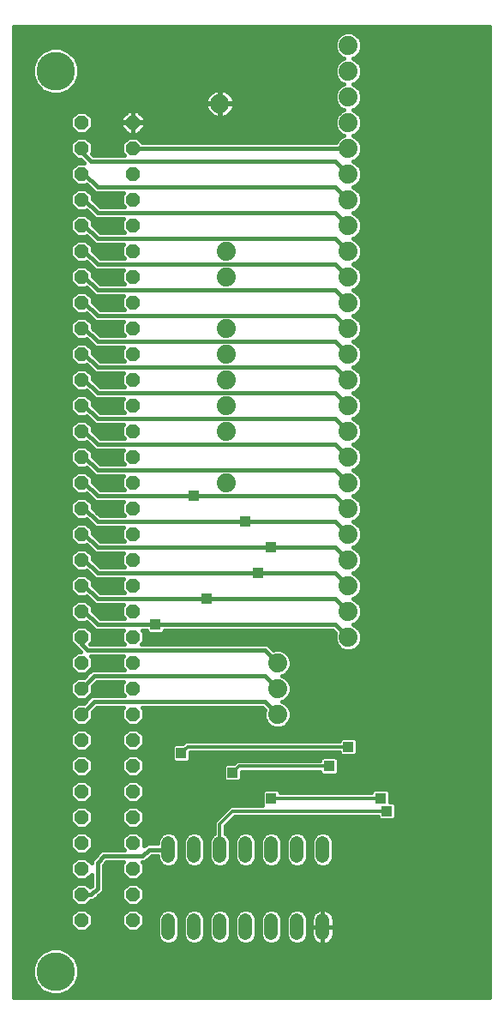
<source format=gbl>
G75*
%MOIN*%
%OFA0B0*%
%FSLAX24Y24*%
%IPPOS*%
%LPD*%
%AMOC8*
5,1,8,0,0,1.08239X$1,22.5*
%
%ADD10OC8,0.0560*%
%ADD11C,0.1502*%
%ADD12C,0.0740*%
%ADD13C,0.0520*%
%ADD14C,0.0160*%
%ADD15R,0.0396X0.0396*%
%ADD16C,0.0120*%
D10*
X005150Y003195D03*
X005150Y004195D03*
X005150Y005195D03*
X005150Y006195D03*
X005150Y007195D03*
X005150Y008195D03*
X005150Y009195D03*
X005150Y010195D03*
X005150Y011195D03*
X005150Y012195D03*
X005150Y013195D03*
X005150Y014195D03*
X005150Y015195D03*
X005150Y016195D03*
X005150Y017195D03*
X005150Y018195D03*
X005150Y019195D03*
X005150Y020195D03*
X005150Y021195D03*
X005150Y022195D03*
X005150Y023195D03*
X005150Y024195D03*
X005150Y025195D03*
X005150Y026195D03*
X005150Y027195D03*
X005150Y028195D03*
X005150Y029195D03*
X005150Y030195D03*
X005150Y031195D03*
X005150Y032195D03*
X005150Y033195D03*
X005150Y034195D03*
X007150Y034195D03*
X007150Y033195D03*
X007150Y032195D03*
X007150Y031195D03*
X007150Y030195D03*
X007150Y029195D03*
X007150Y028195D03*
X007150Y027195D03*
X007150Y026195D03*
X007150Y025195D03*
X007150Y024195D03*
X007150Y023195D03*
X007150Y022195D03*
X007150Y021195D03*
X007150Y020195D03*
X007150Y019195D03*
X007150Y018195D03*
X007150Y017195D03*
X007150Y016195D03*
X007150Y015195D03*
X007150Y014195D03*
X007150Y013195D03*
X007150Y012195D03*
X007150Y011195D03*
X007150Y010195D03*
X007150Y009195D03*
X007150Y008195D03*
X007150Y007195D03*
X007150Y006195D03*
X007150Y005195D03*
X007150Y004195D03*
X007150Y003195D03*
D11*
X004150Y001195D03*
X004150Y036195D03*
D12*
X010531Y034930D03*
X010781Y029180D03*
X010781Y028180D03*
X010781Y026180D03*
X010781Y025180D03*
X010781Y024180D03*
X010781Y023180D03*
X010781Y022180D03*
X010781Y020180D03*
X012781Y013180D03*
X012781Y012180D03*
X012781Y011180D03*
X015531Y014180D03*
X015531Y015180D03*
X015531Y016180D03*
X015531Y017180D03*
X015531Y018180D03*
X015531Y019180D03*
X015531Y020180D03*
X015531Y021180D03*
X015531Y022180D03*
X015531Y023180D03*
X015531Y024180D03*
X015531Y025180D03*
X015531Y026180D03*
X015531Y027180D03*
X015531Y028180D03*
X015531Y029180D03*
X015531Y030180D03*
X015531Y031180D03*
X015531Y032180D03*
X015531Y033180D03*
X015531Y034180D03*
X015531Y035180D03*
X015531Y036180D03*
X015531Y037180D03*
D13*
X014531Y006190D02*
X014531Y005670D01*
X013531Y005670D02*
X013531Y006190D01*
X012531Y006190D02*
X012531Y005670D01*
X011531Y005670D02*
X011531Y006190D01*
X010531Y006190D02*
X010531Y005670D01*
X009531Y005670D02*
X009531Y006190D01*
X008531Y006190D02*
X008531Y005670D01*
X008531Y003190D02*
X008531Y002670D01*
X009531Y002670D02*
X009531Y003190D01*
X010531Y003190D02*
X010531Y002670D01*
X011531Y002670D02*
X011531Y003190D01*
X012531Y003190D02*
X012531Y002670D01*
X013531Y002670D02*
X013531Y003190D01*
X014531Y003190D02*
X014531Y002670D01*
D14*
X002531Y000180D02*
X002531Y037930D01*
X021031Y037930D01*
X021031Y000180D01*
X002531Y000180D01*
X002531Y000332D02*
X003851Y000332D01*
X003969Y000283D02*
X004331Y000283D01*
X004666Y000422D01*
X004922Y000678D01*
X005061Y001013D01*
X005061Y001376D01*
X004922Y001711D01*
X004666Y001967D01*
X004331Y002106D01*
X003969Y002106D01*
X003634Y001967D01*
X003378Y001711D01*
X003239Y001376D01*
X003239Y001013D01*
X003378Y000678D01*
X003634Y000422D01*
X003969Y000283D01*
X003565Y000491D02*
X002531Y000491D01*
X002531Y000649D02*
X003407Y000649D01*
X003324Y000808D02*
X002531Y000808D01*
X002531Y000966D02*
X003258Y000966D01*
X003239Y001125D02*
X002531Y001125D01*
X002531Y001283D02*
X003239Y001283D01*
X003266Y001442D02*
X002531Y001442D01*
X002531Y001600D02*
X003332Y001600D01*
X003425Y001759D02*
X002531Y001759D01*
X002531Y001917D02*
X003584Y001917D01*
X003896Y002076D02*
X002531Y002076D01*
X002531Y002234D02*
X014472Y002234D01*
X014497Y002230D02*
X014531Y002230D01*
X014531Y002930D01*
X014091Y002930D01*
X014091Y002635D01*
X014102Y002567D01*
X014124Y002501D01*
X014155Y002439D01*
X014196Y002383D01*
X014245Y002334D01*
X014301Y002294D01*
X014363Y002262D01*
X014428Y002241D01*
X014497Y002230D01*
X014532Y002230D02*
X014566Y002230D01*
X014635Y002241D01*
X014700Y002262D01*
X014762Y002294D01*
X014818Y002334D01*
X014867Y002383D01*
X014908Y002439D01*
X014939Y002501D01*
X014961Y002567D01*
X014971Y002635D01*
X014971Y002930D01*
X014971Y003225D01*
X014961Y003293D01*
X014939Y003359D01*
X014908Y003421D01*
X014867Y003477D01*
X014818Y003526D01*
X014762Y003566D01*
X014700Y003598D01*
X014635Y003619D01*
X014566Y003630D01*
X014532Y003630D01*
X014532Y002930D01*
X014971Y002930D01*
X014532Y002930D01*
X014532Y002930D01*
X014532Y002230D01*
X014531Y002234D02*
X014532Y002234D01*
X014591Y002234D02*
X021031Y002234D01*
X021031Y002076D02*
X004404Y002076D01*
X004716Y001917D02*
X021031Y001917D01*
X021031Y001759D02*
X004875Y001759D01*
X004968Y001600D02*
X021031Y001600D01*
X021031Y001442D02*
X005034Y001442D01*
X005061Y001283D02*
X021031Y001283D01*
X021031Y001125D02*
X005061Y001125D01*
X005042Y000966D02*
X021031Y000966D01*
X021031Y000808D02*
X004976Y000808D01*
X004893Y000649D02*
X021031Y000649D01*
X021031Y000491D02*
X004735Y000491D01*
X004449Y000332D02*
X021031Y000332D01*
X021031Y002393D02*
X014874Y002393D01*
X014955Y002551D02*
X021031Y002551D01*
X021031Y002710D02*
X014971Y002710D01*
X014971Y002868D02*
X021031Y002868D01*
X021031Y003027D02*
X014971Y003027D01*
X014971Y003185D02*
X021031Y003185D01*
X021031Y003344D02*
X014944Y003344D01*
X014842Y003502D02*
X021031Y003502D01*
X021031Y003661D02*
X002531Y003661D01*
X002531Y003819D02*
X004903Y003819D01*
X004968Y003755D02*
X005332Y003755D01*
X005518Y003940D01*
X005579Y003940D01*
X005667Y003977D01*
X005735Y004044D01*
X005985Y004294D01*
X006021Y004382D01*
X006021Y005331D01*
X006131Y005440D01*
X006773Y005440D01*
X006710Y005377D01*
X006710Y005012D01*
X006968Y004755D01*
X007332Y004755D01*
X007590Y005012D01*
X007590Y005377D01*
X007527Y005440D01*
X007579Y005440D01*
X007667Y005477D01*
X007735Y005544D01*
X007881Y005690D01*
X008111Y005690D01*
X008111Y005586D01*
X008175Y005432D01*
X008294Y005314D01*
X008448Y005250D01*
X008615Y005250D01*
X008769Y005314D01*
X008888Y005432D01*
X008951Y005586D01*
X008951Y006274D01*
X008888Y006428D01*
X008769Y006546D01*
X008615Y006610D01*
X008448Y006610D01*
X008294Y006546D01*
X008175Y006428D01*
X008111Y006274D01*
X008111Y006170D01*
X007734Y006170D01*
X007646Y006133D01*
X007590Y006078D01*
X007590Y006377D01*
X007332Y006635D01*
X006968Y006635D01*
X006710Y006377D01*
X006710Y006012D01*
X006802Y005920D01*
X005984Y005920D01*
X005896Y005883D01*
X005646Y005633D01*
X005578Y005566D01*
X005541Y005478D01*
X005541Y005425D01*
X005332Y005635D01*
X004968Y005635D01*
X004710Y005377D01*
X004710Y005012D01*
X004968Y004755D01*
X005332Y004755D01*
X005541Y004964D01*
X005541Y004529D01*
X005489Y004477D01*
X005332Y004635D01*
X004968Y004635D01*
X004710Y004377D01*
X004710Y004012D01*
X004968Y003755D01*
X004968Y003635D02*
X004710Y003377D01*
X004710Y003012D01*
X004968Y002755D01*
X005332Y002755D01*
X005590Y003012D01*
X005590Y003377D01*
X005332Y003635D01*
X004968Y003635D01*
X004835Y003502D02*
X002531Y003502D01*
X002531Y003344D02*
X004710Y003344D01*
X004710Y003185D02*
X002531Y003185D01*
X002531Y003027D02*
X004710Y003027D01*
X004854Y002868D02*
X002531Y002868D01*
X002531Y002710D02*
X008111Y002710D01*
X008111Y002586D02*
X008175Y002432D01*
X008294Y002314D01*
X008448Y002250D01*
X008615Y002250D01*
X008769Y002314D01*
X008888Y002432D01*
X008951Y002586D01*
X008951Y003274D01*
X008888Y003428D01*
X008769Y003546D01*
X008615Y003610D01*
X008448Y003610D01*
X008294Y003546D01*
X008175Y003428D01*
X008111Y003274D01*
X008111Y002586D01*
X008126Y002551D02*
X002531Y002551D01*
X002531Y002393D02*
X008215Y002393D01*
X008111Y002868D02*
X007446Y002868D01*
X007332Y002755D02*
X007590Y003012D01*
X007590Y003377D01*
X007332Y003635D01*
X006968Y003635D01*
X006710Y003377D01*
X006710Y003012D01*
X006968Y002755D01*
X007332Y002755D01*
X007590Y003027D02*
X008111Y003027D01*
X008111Y003185D02*
X007590Y003185D01*
X007590Y003344D02*
X008140Y003344D01*
X008250Y003502D02*
X007465Y003502D01*
X007332Y003755D02*
X007590Y004012D01*
X007590Y004377D01*
X007332Y004635D01*
X006968Y004635D01*
X006710Y004377D01*
X006710Y004012D01*
X006968Y003755D01*
X007332Y003755D01*
X007397Y003819D02*
X021031Y003819D01*
X021031Y003978D02*
X007555Y003978D01*
X007590Y004136D02*
X021031Y004136D01*
X021031Y004295D02*
X007590Y004295D01*
X007514Y004453D02*
X021031Y004453D01*
X021031Y004612D02*
X007355Y004612D01*
X007348Y004770D02*
X021031Y004770D01*
X021031Y004929D02*
X007506Y004929D01*
X007590Y005087D02*
X021031Y005087D01*
X021031Y005246D02*
X007590Y005246D01*
X007563Y005404D02*
X008204Y005404D01*
X008121Y005563D02*
X007753Y005563D01*
X007531Y005680D02*
X007781Y005930D01*
X008531Y005930D01*
X008859Y005404D02*
X009204Y005404D01*
X009175Y005432D02*
X009294Y005314D01*
X009448Y005250D01*
X009615Y005250D01*
X009769Y005314D01*
X009888Y005432D01*
X009951Y005586D01*
X009951Y006274D01*
X009888Y006428D01*
X009769Y006546D01*
X009615Y006610D01*
X009448Y006610D01*
X009294Y006546D01*
X009175Y006428D01*
X009111Y006274D01*
X009111Y005586D01*
X009175Y005432D01*
X009121Y005563D02*
X008942Y005563D01*
X008951Y005721D02*
X009111Y005721D01*
X009111Y005880D02*
X008951Y005880D01*
X008951Y006038D02*
X009111Y006038D01*
X009111Y006197D02*
X008951Y006197D01*
X008918Y006355D02*
X009145Y006355D01*
X009261Y006514D02*
X008802Y006514D01*
X008261Y006514D02*
X007453Y006514D01*
X007590Y006355D02*
X008145Y006355D01*
X008111Y006197D02*
X007590Y006197D01*
X007332Y006755D02*
X007590Y007012D01*
X007590Y007377D01*
X007332Y007635D01*
X006968Y007635D01*
X006710Y007377D01*
X006710Y007012D01*
X006968Y006755D01*
X007332Y006755D01*
X007408Y006831D02*
X010311Y006831D01*
X010311Y006989D02*
X007567Y006989D01*
X007590Y007148D02*
X010438Y007148D01*
X010440Y007150D02*
X010311Y007021D01*
X010311Y006553D01*
X010294Y006546D01*
X010175Y006428D01*
X010111Y006274D01*
X010111Y005586D01*
X010175Y005432D01*
X010294Y005314D01*
X010448Y005250D01*
X010615Y005250D01*
X010769Y005314D01*
X010888Y005432D01*
X010951Y005586D01*
X010951Y006274D01*
X010888Y006428D01*
X010769Y006546D01*
X010751Y006553D01*
X010751Y006839D01*
X011123Y007210D01*
X016673Y007210D01*
X016673Y007166D01*
X016767Y007072D01*
X017296Y007072D01*
X017390Y007166D01*
X017390Y007694D01*
X017296Y007788D01*
X017140Y007788D01*
X017140Y008194D01*
X017046Y008288D01*
X016517Y008288D01*
X016423Y008194D01*
X016423Y008150D01*
X012890Y008150D01*
X012890Y008194D01*
X012796Y008288D01*
X012267Y008288D01*
X012173Y008194D01*
X012173Y007666D01*
X012189Y007650D01*
X010940Y007650D01*
X010440Y007150D01*
X010596Y007306D02*
X007590Y007306D01*
X007502Y007465D02*
X010755Y007465D01*
X010913Y007623D02*
X007344Y007623D01*
X007332Y007755D02*
X007590Y008012D01*
X007590Y008377D01*
X007332Y008635D01*
X006968Y008635D01*
X006710Y008377D01*
X006710Y008012D01*
X006968Y007755D01*
X007332Y007755D01*
X007359Y007782D02*
X012173Y007782D01*
X012173Y007940D02*
X007518Y007940D01*
X007590Y008099D02*
X012173Y008099D01*
X012236Y008257D02*
X007590Y008257D01*
X007551Y008416D02*
X021031Y008416D01*
X021031Y008574D02*
X011298Y008574D01*
X011296Y008572D02*
X011390Y008666D01*
X011390Y008960D01*
X014423Y008960D01*
X014423Y008916D01*
X014517Y008822D01*
X015046Y008822D01*
X015140Y008916D01*
X015140Y009444D01*
X015046Y009538D01*
X014517Y009538D01*
X014423Y009444D01*
X014423Y009400D01*
X011190Y009400D01*
X011078Y009288D01*
X010767Y009288D01*
X010673Y009194D01*
X010673Y008666D01*
X010767Y008572D01*
X011296Y008572D01*
X011390Y008733D02*
X021031Y008733D01*
X021031Y008891D02*
X015115Y008891D01*
X015140Y009050D02*
X021031Y009050D01*
X021031Y009208D02*
X015140Y009208D01*
X015140Y009367D02*
X021031Y009367D01*
X021031Y009525D02*
X015059Y009525D01*
X015173Y009666D02*
X015267Y009572D01*
X015796Y009572D01*
X015890Y009666D01*
X015890Y010194D01*
X015796Y010288D01*
X015267Y010288D01*
X015173Y010194D01*
X015173Y010150D01*
X009190Y010150D01*
X009078Y010038D01*
X008767Y010038D01*
X008673Y009944D01*
X008673Y009416D01*
X008767Y009322D01*
X009296Y009322D01*
X009390Y009416D01*
X009390Y009710D01*
X015173Y009710D01*
X015173Y009666D01*
X015173Y009684D02*
X009390Y009684D01*
X009390Y009525D02*
X014504Y009525D01*
X014448Y008891D02*
X011390Y008891D01*
X011157Y009367D02*
X009341Y009367D01*
X008722Y009367D02*
X007590Y009367D01*
X007590Y009377D02*
X007332Y009635D01*
X006968Y009635D01*
X006710Y009377D01*
X006710Y009012D01*
X006968Y008755D01*
X007332Y008755D01*
X007590Y009012D01*
X007590Y009377D01*
X007590Y009208D02*
X010687Y009208D01*
X010673Y009050D02*
X007590Y009050D01*
X007469Y008891D02*
X010673Y008891D01*
X010673Y008733D02*
X002531Y008733D01*
X002531Y008891D02*
X004831Y008891D01*
X004710Y009012D02*
X004968Y008755D01*
X005332Y008755D01*
X005590Y009012D01*
X005590Y009377D01*
X005332Y009635D01*
X004968Y009635D01*
X004710Y009377D01*
X004710Y009012D01*
X004710Y009050D02*
X002531Y009050D01*
X002531Y009208D02*
X004710Y009208D01*
X004710Y009367D02*
X002531Y009367D01*
X002531Y009525D02*
X004858Y009525D01*
X004968Y009755D02*
X005332Y009755D01*
X005590Y010012D01*
X005590Y010377D01*
X005332Y010635D01*
X004968Y010635D01*
X004710Y010377D01*
X004710Y010012D01*
X004968Y009755D01*
X004880Y009842D02*
X002531Y009842D01*
X002531Y009684D02*
X008673Y009684D01*
X008673Y009842D02*
X007420Y009842D01*
X007332Y009755D02*
X007590Y010012D01*
X007590Y010377D01*
X007332Y010635D01*
X006968Y010635D01*
X006710Y010377D01*
X006710Y010012D01*
X006968Y009755D01*
X007332Y009755D01*
X007442Y009525D02*
X008673Y009525D01*
X008730Y010001D02*
X007578Y010001D01*
X007590Y010159D02*
X015173Y010159D01*
X015890Y010159D02*
X021031Y010159D01*
X021031Y010001D02*
X015890Y010001D01*
X015890Y009842D02*
X021031Y009842D01*
X021031Y009684D02*
X015890Y009684D01*
X016486Y008257D02*
X012827Y008257D01*
X012615Y006610D02*
X012448Y006610D01*
X012294Y006546D01*
X012175Y006428D01*
X012111Y006274D01*
X012111Y005586D01*
X012175Y005432D01*
X012294Y005314D01*
X012448Y005250D01*
X012615Y005250D01*
X012769Y005314D01*
X012888Y005432D01*
X012951Y005586D01*
X012951Y006274D01*
X012888Y006428D01*
X012769Y006546D01*
X012615Y006610D01*
X012802Y006514D02*
X013261Y006514D01*
X013294Y006546D02*
X013175Y006428D01*
X013111Y006274D01*
X013111Y005586D01*
X013175Y005432D01*
X013294Y005314D01*
X013448Y005250D01*
X013615Y005250D01*
X013769Y005314D01*
X013888Y005432D01*
X013951Y005586D01*
X013951Y006274D01*
X013888Y006428D01*
X013769Y006546D01*
X013615Y006610D01*
X013448Y006610D01*
X013294Y006546D01*
X013145Y006355D02*
X012918Y006355D01*
X012951Y006197D02*
X013111Y006197D01*
X013111Y006038D02*
X012951Y006038D01*
X012951Y005880D02*
X013111Y005880D01*
X013111Y005721D02*
X012951Y005721D01*
X012942Y005563D02*
X013121Y005563D01*
X013204Y005404D02*
X012859Y005404D01*
X012204Y005404D02*
X011859Y005404D01*
X011888Y005432D02*
X011769Y005314D01*
X011615Y005250D01*
X011448Y005250D01*
X011294Y005314D01*
X011175Y005432D01*
X011111Y005586D01*
X011111Y006274D01*
X011175Y006428D01*
X011294Y006546D01*
X011448Y006610D01*
X011615Y006610D01*
X011769Y006546D01*
X011888Y006428D01*
X011951Y006274D01*
X011951Y005586D01*
X011888Y005432D01*
X011942Y005563D02*
X012121Y005563D01*
X012111Y005721D02*
X011951Y005721D01*
X011951Y005880D02*
X012111Y005880D01*
X012111Y006038D02*
X011951Y006038D01*
X011951Y006197D02*
X012111Y006197D01*
X012145Y006355D02*
X011918Y006355D01*
X011802Y006514D02*
X012261Y006514D01*
X011261Y006514D02*
X010802Y006514D01*
X010751Y006672D02*
X021031Y006672D01*
X021031Y006514D02*
X014802Y006514D01*
X014769Y006546D02*
X014615Y006610D01*
X014448Y006610D01*
X014294Y006546D01*
X014175Y006428D01*
X014111Y006274D01*
X014111Y005586D01*
X014175Y005432D01*
X014294Y005314D01*
X014448Y005250D01*
X014615Y005250D01*
X014769Y005314D01*
X014888Y005432D01*
X014951Y005586D01*
X014951Y006274D01*
X014888Y006428D01*
X014769Y006546D01*
X014918Y006355D02*
X021031Y006355D01*
X021031Y006197D02*
X014951Y006197D01*
X014951Y006038D02*
X021031Y006038D01*
X021031Y005880D02*
X014951Y005880D01*
X014951Y005721D02*
X021031Y005721D01*
X021031Y005563D02*
X014942Y005563D01*
X014859Y005404D02*
X021031Y005404D01*
X021031Y006831D02*
X010751Y006831D01*
X010902Y006989D02*
X021031Y006989D01*
X021031Y007148D02*
X017372Y007148D01*
X017390Y007306D02*
X021031Y007306D01*
X021031Y007465D02*
X017390Y007465D01*
X017390Y007623D02*
X021031Y007623D01*
X021031Y007782D02*
X017302Y007782D01*
X017140Y007940D02*
X021031Y007940D01*
X021031Y008099D02*
X017140Y008099D01*
X017077Y008257D02*
X021031Y008257D01*
X021031Y010318D02*
X007590Y010318D01*
X007491Y010476D02*
X021031Y010476D01*
X021031Y010635D02*
X007332Y010635D01*
X007332Y010755D02*
X007590Y011012D01*
X007590Y011377D01*
X007527Y011440D01*
X012182Y011440D01*
X012276Y011346D01*
X012251Y011285D01*
X012251Y011075D01*
X012332Y010880D01*
X012481Y010731D01*
X012676Y010650D01*
X012887Y010650D01*
X013082Y010731D01*
X013231Y010880D01*
X013311Y011075D01*
X013311Y011285D01*
X013231Y011480D01*
X013082Y011629D01*
X012959Y011680D01*
X013082Y011731D01*
X013231Y011880D01*
X013311Y012075D01*
X013311Y012285D01*
X013231Y012480D01*
X013082Y012629D01*
X012959Y012680D01*
X013082Y012731D01*
X013231Y012880D01*
X013311Y013075D01*
X013311Y013285D01*
X013231Y013480D01*
X013082Y013629D01*
X012887Y013710D01*
X012676Y013710D01*
X012616Y013685D01*
X012417Y013883D01*
X012329Y013920D01*
X007498Y013920D01*
X007590Y014012D01*
X007590Y014377D01*
X007527Y014440D01*
X007673Y014440D01*
X007673Y014416D01*
X007767Y014322D01*
X008296Y014322D01*
X008390Y014416D01*
X008390Y014440D01*
X014932Y014440D01*
X015026Y014346D01*
X015001Y014285D01*
X015001Y014075D01*
X015082Y013880D01*
X015231Y013731D01*
X015426Y013650D01*
X015637Y013650D01*
X015832Y013731D01*
X015981Y013880D01*
X016061Y014075D01*
X016061Y014285D01*
X015981Y014480D01*
X015832Y014629D01*
X015709Y014680D01*
X015832Y014731D01*
X015981Y014880D01*
X016061Y015075D01*
X016061Y015285D01*
X015981Y015480D01*
X015832Y015629D01*
X015709Y015680D01*
X015832Y015731D01*
X015981Y015880D01*
X016061Y016075D01*
X016061Y016285D01*
X015981Y016480D01*
X015832Y016629D01*
X015709Y016680D01*
X015832Y016731D01*
X015981Y016880D01*
X016061Y017075D01*
X016061Y017285D01*
X015981Y017480D01*
X015832Y017629D01*
X015709Y017680D01*
X015832Y017731D01*
X015981Y017880D01*
X016061Y018075D01*
X016061Y018285D01*
X015981Y018480D01*
X015832Y018629D01*
X015709Y018680D01*
X015832Y018731D01*
X015981Y018880D01*
X016061Y019075D01*
X016061Y019285D01*
X015981Y019480D01*
X015832Y019629D01*
X015709Y019680D01*
X015832Y019731D01*
X015981Y019880D01*
X016061Y020075D01*
X016061Y020285D01*
X015981Y020480D01*
X015832Y020629D01*
X015709Y020680D01*
X015832Y020731D01*
X015981Y020880D01*
X016061Y021075D01*
X016061Y021285D01*
X015981Y021480D01*
X015832Y021629D01*
X015709Y021680D01*
X015832Y021731D01*
X015981Y021880D01*
X016061Y022075D01*
X016061Y022285D01*
X015981Y022480D01*
X015832Y022629D01*
X015709Y022680D01*
X015832Y022731D01*
X015981Y022880D01*
X016061Y023075D01*
X016061Y023285D01*
X015981Y023480D01*
X015832Y023629D01*
X015709Y023680D01*
X015832Y023731D01*
X015981Y023880D01*
X016061Y024075D01*
X016061Y024285D01*
X015981Y024480D01*
X015832Y024629D01*
X015709Y024680D01*
X015832Y024731D01*
X015981Y024880D01*
X016061Y025075D01*
X016061Y025285D01*
X015981Y025480D01*
X015832Y025629D01*
X015709Y025680D01*
X015832Y025731D01*
X015981Y025880D01*
X016061Y026075D01*
X016061Y026285D01*
X015981Y026480D01*
X015832Y026629D01*
X015709Y026680D01*
X015832Y026731D01*
X015981Y026880D01*
X016061Y027075D01*
X016061Y027285D01*
X015981Y027480D01*
X015832Y027629D01*
X015709Y027680D01*
X015832Y027731D01*
X015981Y027880D01*
X016061Y028075D01*
X016061Y028285D01*
X015981Y028480D01*
X015832Y028629D01*
X015709Y028680D01*
X015832Y028731D01*
X015981Y028880D01*
X016061Y029075D01*
X016061Y029285D01*
X015981Y029480D01*
X015832Y029629D01*
X015709Y029680D01*
X015832Y029731D01*
X015981Y029880D01*
X016061Y030075D01*
X016061Y030285D01*
X015981Y030480D01*
X015832Y030629D01*
X015709Y030680D01*
X015832Y030731D01*
X015981Y030880D01*
X016061Y031075D01*
X016061Y031285D01*
X015981Y031480D01*
X015832Y031629D01*
X015709Y031680D01*
X015832Y031731D01*
X015981Y031880D01*
X016061Y032075D01*
X016061Y032285D01*
X015981Y032480D01*
X015832Y032629D01*
X015709Y032680D01*
X015832Y032731D01*
X015981Y032880D01*
X016061Y033075D01*
X016061Y033285D01*
X015981Y033480D01*
X015832Y033629D01*
X015709Y033680D01*
X015832Y033731D01*
X015981Y033880D01*
X016061Y034075D01*
X016061Y034285D01*
X015981Y034480D01*
X015832Y034629D01*
X015709Y034680D01*
X015832Y034731D01*
X015981Y034880D01*
X016061Y035075D01*
X016061Y035285D01*
X015981Y035480D01*
X015832Y035629D01*
X015709Y035680D01*
X015832Y035731D01*
X015981Y035880D01*
X016061Y036075D01*
X016061Y036285D01*
X015981Y036480D01*
X015832Y036629D01*
X015709Y036680D01*
X015832Y036731D01*
X015981Y036880D01*
X016061Y037075D01*
X016061Y037285D01*
X015981Y037480D01*
X015832Y037629D01*
X015637Y037710D01*
X015426Y037710D01*
X015231Y037629D01*
X015082Y037480D01*
X015001Y037285D01*
X015001Y037075D01*
X015082Y036880D01*
X015231Y036731D01*
X015354Y036680D01*
X015231Y036629D01*
X015082Y036480D01*
X015001Y036285D01*
X015001Y036075D01*
X015082Y035880D01*
X015231Y035731D01*
X015354Y035680D01*
X015231Y035629D01*
X015082Y035480D01*
X015001Y035285D01*
X015001Y035075D01*
X015082Y034880D01*
X015231Y034731D01*
X015354Y034680D01*
X015231Y034629D01*
X015082Y034480D01*
X015001Y034285D01*
X015001Y034075D01*
X015082Y033880D01*
X015231Y033731D01*
X015354Y033680D01*
X015231Y033629D01*
X015082Y033480D01*
X015063Y033435D01*
X007532Y033435D01*
X007332Y033635D01*
X006968Y033635D01*
X006710Y033377D01*
X006710Y033012D01*
X006802Y032920D01*
X005631Y032920D01*
X005564Y032987D01*
X005590Y033012D01*
X005590Y033377D01*
X005332Y033635D01*
X004968Y033635D01*
X004710Y033377D01*
X004710Y033012D01*
X004968Y032755D01*
X005118Y032755D01*
X005238Y032635D01*
X004968Y032635D01*
X004710Y032377D01*
X004710Y032012D01*
X004968Y031755D01*
X005332Y031755D01*
X005350Y031772D01*
X005578Y031544D01*
X005646Y031477D01*
X005734Y031440D01*
X006773Y031440D01*
X006710Y031377D01*
X006710Y031012D01*
X006802Y030920D01*
X005881Y030920D01*
X005590Y031211D01*
X005590Y031377D01*
X005332Y031635D01*
X004968Y031635D01*
X004710Y031377D01*
X004710Y031012D01*
X004968Y030755D01*
X005332Y030755D01*
X005350Y030772D01*
X005578Y030544D01*
X005646Y030477D01*
X005734Y030440D01*
X006773Y030440D01*
X006710Y030377D01*
X006710Y030012D01*
X006802Y029920D01*
X005881Y029920D01*
X005590Y030211D01*
X005590Y030377D01*
X005332Y030635D01*
X004968Y030635D01*
X004710Y030377D01*
X004710Y030012D01*
X004968Y029755D01*
X005332Y029755D01*
X005350Y029772D01*
X005578Y029544D01*
X005646Y029477D01*
X005734Y029440D01*
X006773Y029440D01*
X006710Y029377D01*
X006710Y029012D01*
X006802Y028920D01*
X005881Y028920D01*
X005590Y029211D01*
X005590Y029377D01*
X005332Y029635D01*
X004968Y029635D01*
X004710Y029377D01*
X004710Y029012D01*
X004968Y028755D01*
X005332Y028755D01*
X005350Y028772D01*
X005578Y028544D01*
X005646Y028477D01*
X005734Y028440D01*
X006773Y028440D01*
X006710Y028377D01*
X006710Y028012D01*
X006802Y027920D01*
X005881Y027920D01*
X005590Y028211D01*
X005590Y028377D01*
X005332Y028635D01*
X004968Y028635D01*
X004710Y028377D01*
X004710Y028012D01*
X004968Y027755D01*
X005332Y027755D01*
X005350Y027772D01*
X005578Y027544D01*
X005646Y027477D01*
X005734Y027440D01*
X006773Y027440D01*
X006710Y027377D01*
X006710Y027012D01*
X006802Y026920D01*
X005881Y026920D01*
X005590Y027211D01*
X005590Y027377D01*
X005332Y027635D01*
X004968Y027635D01*
X004710Y027377D01*
X004710Y027012D01*
X004968Y026755D01*
X005332Y026755D01*
X005350Y026772D01*
X005578Y026544D01*
X005646Y026477D01*
X005734Y026440D01*
X006773Y026440D01*
X006710Y026377D01*
X006710Y026012D01*
X006802Y025920D01*
X005881Y025920D01*
X005590Y026211D01*
X005590Y026377D01*
X005332Y026635D01*
X004968Y026635D01*
X004710Y026377D01*
X004710Y026012D01*
X004968Y025755D01*
X005332Y025755D01*
X005350Y025772D01*
X005578Y025544D01*
X005646Y025477D01*
X005734Y025440D01*
X006773Y025440D01*
X006710Y025377D01*
X006710Y025012D01*
X006802Y024920D01*
X005881Y024920D01*
X005590Y025211D01*
X005590Y025377D01*
X005332Y025635D01*
X004968Y025635D01*
X004710Y025377D01*
X004710Y025012D01*
X004968Y024755D01*
X005332Y024755D01*
X005350Y024772D01*
X005578Y024544D01*
X005646Y024477D01*
X005734Y024440D01*
X006773Y024440D01*
X006710Y024377D01*
X006710Y024012D01*
X006802Y023920D01*
X005881Y023920D01*
X005590Y024211D01*
X005590Y024377D01*
X005332Y024635D01*
X004968Y024635D01*
X004710Y024377D01*
X004710Y024012D01*
X004968Y023755D01*
X005332Y023755D01*
X005350Y023772D01*
X005578Y023544D01*
X005646Y023477D01*
X005734Y023440D01*
X006773Y023440D01*
X006710Y023377D01*
X006710Y023012D01*
X006802Y022920D01*
X005881Y022920D01*
X005590Y023211D01*
X005590Y023377D01*
X005332Y023635D01*
X004968Y023635D01*
X004710Y023377D01*
X004710Y023012D01*
X004968Y022755D01*
X005332Y022755D01*
X005350Y022772D01*
X005578Y022544D01*
X005646Y022477D01*
X005734Y022440D01*
X006773Y022440D01*
X006710Y022377D01*
X006710Y022012D01*
X006802Y021920D01*
X005881Y021920D01*
X005590Y022211D01*
X005590Y022377D01*
X005332Y022635D01*
X004968Y022635D01*
X004710Y022377D01*
X004710Y022012D01*
X004968Y021755D01*
X005332Y021755D01*
X005350Y021772D01*
X005578Y021544D01*
X005646Y021477D01*
X005734Y021440D01*
X006773Y021440D01*
X006710Y021377D01*
X006710Y021012D01*
X006802Y020920D01*
X005881Y020920D01*
X005590Y021211D01*
X005590Y021377D01*
X005332Y021635D01*
X004968Y021635D01*
X004710Y021377D01*
X004710Y021012D01*
X004968Y020755D01*
X005332Y020755D01*
X005350Y020772D01*
X005578Y020544D01*
X005646Y020477D01*
X005734Y020440D01*
X006773Y020440D01*
X006710Y020377D01*
X006710Y020012D01*
X006802Y019920D01*
X005881Y019920D01*
X005590Y020211D01*
X005590Y020377D01*
X005332Y020635D01*
X004968Y020635D01*
X004710Y020377D01*
X004710Y020012D01*
X004968Y019755D01*
X005332Y019755D01*
X005350Y019772D01*
X005578Y019544D01*
X005646Y019477D01*
X005734Y019440D01*
X006773Y019440D01*
X006710Y019377D01*
X006710Y019012D01*
X006802Y018920D01*
X005881Y018920D01*
X005590Y019211D01*
X005590Y019377D01*
X005332Y019635D01*
X004968Y019635D01*
X004710Y019377D01*
X004710Y019012D01*
X004968Y018755D01*
X005332Y018755D01*
X005350Y018772D01*
X005578Y018544D01*
X005646Y018477D01*
X005734Y018440D01*
X006773Y018440D01*
X006710Y018377D01*
X006710Y018012D01*
X006802Y017920D01*
X005881Y017920D01*
X005590Y018211D01*
X005590Y018377D01*
X005332Y018635D01*
X004968Y018635D01*
X004710Y018377D01*
X004710Y018012D01*
X004968Y017755D01*
X005332Y017755D01*
X005350Y017772D01*
X005578Y017544D01*
X005646Y017477D01*
X005734Y017440D01*
X006773Y017440D01*
X006710Y017377D01*
X006710Y017012D01*
X006802Y016920D01*
X005881Y016920D01*
X005590Y017211D01*
X005590Y017377D01*
X005332Y017635D01*
X004968Y017635D01*
X004710Y017377D01*
X004710Y017012D01*
X004968Y016755D01*
X005332Y016755D01*
X005350Y016772D01*
X005578Y016544D01*
X005646Y016477D01*
X005734Y016440D01*
X006773Y016440D01*
X006710Y016377D01*
X006710Y016012D01*
X006802Y015920D01*
X005881Y015920D01*
X005590Y016211D01*
X005590Y016377D01*
X005332Y016635D01*
X004968Y016635D01*
X004710Y016377D01*
X004710Y016012D01*
X004968Y015755D01*
X005332Y015755D01*
X005350Y015772D01*
X005578Y015544D01*
X005646Y015477D01*
X005734Y015440D01*
X006773Y015440D01*
X006710Y015377D01*
X006710Y015012D01*
X006802Y014920D01*
X005881Y014920D01*
X005590Y015211D01*
X005590Y015377D01*
X005332Y015635D01*
X004968Y015635D01*
X004710Y015377D01*
X004710Y015012D01*
X004968Y014755D01*
X005332Y014755D01*
X005350Y014772D01*
X005578Y014544D01*
X005646Y014477D01*
X005734Y014440D01*
X006773Y014440D01*
X006710Y014377D01*
X006710Y014012D01*
X006802Y013920D01*
X005499Y013920D01*
X005499Y013921D01*
X005590Y014012D01*
X005590Y014377D01*
X005332Y014635D01*
X004968Y014635D01*
X004710Y014377D01*
X004710Y014012D01*
X004968Y013755D01*
X004986Y013755D01*
X005014Y013727D01*
X005106Y013635D01*
X004968Y013635D01*
X004710Y013377D01*
X004710Y013012D01*
X002531Y013012D01*
X002531Y012854D02*
X004869Y012854D01*
X004968Y012755D02*
X004710Y013012D01*
X004710Y013171D02*
X002531Y013171D01*
X002531Y013329D02*
X004710Y013329D01*
X004821Y013488D02*
X002531Y013488D01*
X002531Y013646D02*
X005095Y013646D01*
X004918Y013805D02*
X002531Y013805D01*
X002531Y013963D02*
X004759Y013963D01*
X004710Y014122D02*
X002531Y014122D01*
X002531Y014280D02*
X004710Y014280D01*
X004772Y014439D02*
X002531Y014439D01*
X002531Y014597D02*
X004930Y014597D01*
X004967Y014756D02*
X002531Y014756D01*
X002531Y014914D02*
X004808Y014914D01*
X004710Y015073D02*
X002531Y015073D01*
X002531Y015231D02*
X004710Y015231D01*
X004723Y015390D02*
X002531Y015390D01*
X002531Y015548D02*
X004881Y015548D01*
X004857Y015865D02*
X002531Y015865D01*
X002531Y015707D02*
X005416Y015707D01*
X005419Y015548D02*
X005574Y015548D01*
X005577Y015390D02*
X006723Y015390D01*
X006710Y015231D02*
X005590Y015231D01*
X005728Y015073D02*
X006710Y015073D01*
X006772Y014439D02*
X005528Y014439D01*
X005525Y014597D02*
X005370Y014597D01*
X005367Y014756D02*
X005333Y014756D01*
X005267Y015195D02*
X005781Y014680D01*
X008031Y014680D01*
X015031Y014680D01*
X015531Y014180D01*
X015906Y013805D02*
X021031Y013805D01*
X021031Y013963D02*
X016015Y013963D01*
X016061Y014122D02*
X021031Y014122D01*
X021031Y014280D02*
X016061Y014280D01*
X015998Y014439D02*
X021031Y014439D01*
X021031Y014597D02*
X015864Y014597D01*
X015857Y014756D02*
X021031Y014756D01*
X021031Y014914D02*
X015995Y014914D01*
X016061Y015073D02*
X021031Y015073D01*
X021031Y015231D02*
X016061Y015231D01*
X016018Y015390D02*
X021031Y015390D01*
X021031Y015548D02*
X015913Y015548D01*
X015773Y015707D02*
X021031Y015707D01*
X021031Y015865D02*
X015966Y015865D01*
X016040Y016024D02*
X021031Y016024D01*
X021031Y016182D02*
X016061Y016182D01*
X016039Y016341D02*
X021031Y016341D01*
X021031Y016499D02*
X015962Y016499D01*
X015764Y016658D02*
X021031Y016658D01*
X021031Y016816D02*
X015917Y016816D01*
X016020Y016975D02*
X021031Y016975D01*
X021031Y017133D02*
X016061Y017133D01*
X016059Y017292D02*
X021031Y017292D01*
X021031Y017450D02*
X015993Y017450D01*
X015852Y017609D02*
X021031Y017609D01*
X021031Y017767D02*
X015868Y017767D01*
X016000Y017926D02*
X021031Y017926D01*
X021031Y018084D02*
X016061Y018084D01*
X016061Y018243D02*
X021031Y018243D01*
X021031Y018401D02*
X016014Y018401D01*
X015901Y018560D02*
X021031Y018560D01*
X021031Y018718D02*
X015801Y018718D01*
X015978Y018877D02*
X021031Y018877D01*
X021031Y019035D02*
X016045Y019035D01*
X016061Y019194D02*
X021031Y019194D01*
X021031Y019352D02*
X016034Y019352D01*
X015950Y019511D02*
X021031Y019511D01*
X021031Y019669D02*
X015736Y019669D01*
X015929Y019828D02*
X021031Y019828D01*
X021031Y019986D02*
X016025Y019986D01*
X016061Y020145D02*
X021031Y020145D01*
X021031Y020303D02*
X016054Y020303D01*
X015989Y020462D02*
X021031Y020462D01*
X021031Y020620D02*
X015841Y020620D01*
X015880Y020779D02*
X021031Y020779D01*
X021031Y020937D02*
X016005Y020937D01*
X016061Y021096D02*
X021031Y021096D01*
X021031Y021254D02*
X016061Y021254D01*
X016009Y021413D02*
X021031Y021413D01*
X021031Y021571D02*
X015890Y021571D01*
X015829Y021730D02*
X021031Y021730D01*
X021031Y021888D02*
X015984Y021888D01*
X016050Y022047D02*
X021031Y022047D01*
X021031Y022205D02*
X016061Y022205D01*
X016029Y022364D02*
X021031Y022364D01*
X021031Y022522D02*
X015939Y022522D01*
X015711Y022681D02*
X021031Y022681D01*
X021031Y022839D02*
X015940Y022839D01*
X016030Y022998D02*
X021031Y022998D01*
X021031Y023156D02*
X016061Y023156D01*
X016049Y023315D02*
X021031Y023315D01*
X021031Y023473D02*
X015984Y023473D01*
X015826Y023632D02*
X021031Y023632D01*
X021031Y023790D02*
X015891Y023790D01*
X016009Y023949D02*
X021031Y023949D01*
X021031Y024107D02*
X016061Y024107D01*
X016061Y024266D02*
X021031Y024266D01*
X021031Y024424D02*
X016004Y024424D01*
X015878Y024583D02*
X021031Y024583D01*
X021031Y024741D02*
X015842Y024741D01*
X015989Y024900D02*
X021031Y024900D01*
X021031Y025058D02*
X016055Y025058D01*
X016061Y025217D02*
X021031Y025217D01*
X021031Y025375D02*
X016024Y025375D01*
X015927Y025534D02*
X021031Y025534D01*
X021031Y025692D02*
X015738Y025692D01*
X015952Y025851D02*
X021031Y025851D01*
X021031Y026009D02*
X016034Y026009D01*
X016061Y026168D02*
X021031Y026168D01*
X021031Y026326D02*
X016045Y026326D01*
X015976Y026485D02*
X021031Y026485D01*
X021031Y026643D02*
X015799Y026643D01*
X015903Y026802D02*
X021031Y026802D01*
X021031Y026960D02*
X016014Y026960D01*
X016061Y027119D02*
X021031Y027119D01*
X021031Y027277D02*
X016061Y027277D01*
X015999Y027436D02*
X021031Y027436D01*
X021031Y027594D02*
X015867Y027594D01*
X015854Y027753D02*
X021031Y027753D01*
X021031Y027911D02*
X015994Y027911D01*
X016059Y028070D02*
X021031Y028070D01*
X021031Y028228D02*
X016061Y028228D01*
X016020Y028387D02*
X021031Y028387D01*
X021031Y028545D02*
X015916Y028545D01*
X015766Y028704D02*
X021031Y028704D01*
X021031Y028862D02*
X015963Y028862D01*
X016039Y029021D02*
X021031Y029021D01*
X021031Y029179D02*
X016061Y029179D01*
X016040Y029338D02*
X021031Y029338D01*
X021031Y029496D02*
X015965Y029496D01*
X015771Y029655D02*
X021031Y029655D01*
X021031Y029813D02*
X015914Y029813D01*
X016019Y029972D02*
X021031Y029972D01*
X021031Y030130D02*
X016061Y030130D01*
X016060Y030289D02*
X021031Y030289D01*
X021031Y030447D02*
X015995Y030447D01*
X015855Y030606D02*
X021031Y030606D01*
X021031Y030764D02*
X015865Y030764D01*
X015999Y030923D02*
X021031Y030923D01*
X021031Y031081D02*
X016061Y031081D01*
X016061Y031240D02*
X021031Y031240D01*
X021031Y031398D02*
X016015Y031398D01*
X015904Y031557D02*
X021031Y031557D01*
X021031Y031715D02*
X015794Y031715D01*
X015975Y031874D02*
X021031Y031874D01*
X021031Y032032D02*
X016044Y032032D01*
X016061Y032191D02*
X021031Y032191D01*
X021031Y032349D02*
X016035Y032349D01*
X015953Y032508D02*
X021031Y032508D01*
X021031Y032666D02*
X015743Y032666D01*
X015926Y032825D02*
X021031Y032825D01*
X021031Y032983D02*
X016024Y032983D01*
X016061Y033142D02*
X021031Y033142D01*
X021031Y033300D02*
X016055Y033300D01*
X015990Y033459D02*
X021031Y033459D01*
X021031Y033617D02*
X015844Y033617D01*
X015877Y033776D02*
X021031Y033776D01*
X021031Y033934D02*
X016003Y033934D01*
X016061Y034093D02*
X021031Y034093D01*
X021031Y034251D02*
X016061Y034251D01*
X016010Y034410D02*
X021031Y034410D01*
X021031Y034568D02*
X015893Y034568D01*
X015822Y034727D02*
X021031Y034727D01*
X021031Y034885D02*
X015983Y034885D01*
X016049Y035044D02*
X021031Y035044D01*
X021031Y035202D02*
X016061Y035202D01*
X016030Y035361D02*
X021031Y035361D01*
X021031Y035519D02*
X015942Y035519D01*
X015715Y035678D02*
X021031Y035678D01*
X021031Y035836D02*
X015937Y035836D01*
X016028Y035995D02*
X021031Y035995D01*
X021031Y036153D02*
X016061Y036153D01*
X016051Y036312D02*
X021031Y036312D01*
X021031Y036470D02*
X015985Y036470D01*
X015832Y036629D02*
X021031Y036629D01*
X021031Y036787D02*
X015888Y036787D01*
X016008Y036946D02*
X021031Y036946D01*
X021031Y037104D02*
X016061Y037104D01*
X016061Y037263D02*
X021031Y037263D01*
X021031Y037421D02*
X016005Y037421D01*
X015881Y037580D02*
X021031Y037580D01*
X021031Y037738D02*
X002531Y037738D01*
X002531Y037580D02*
X015182Y037580D01*
X015058Y037421D02*
X002531Y037421D01*
X002531Y037263D02*
X015001Y037263D01*
X015001Y037104D02*
X004335Y037104D01*
X004331Y037106D02*
X003969Y037106D01*
X003634Y036967D01*
X003378Y036711D01*
X003239Y036376D01*
X003239Y036013D01*
X003378Y035678D01*
X002531Y035678D01*
X002531Y035836D02*
X003312Y035836D01*
X003378Y035678D02*
X003634Y035422D01*
X003969Y035283D01*
X004331Y035283D01*
X004666Y035422D01*
X004922Y035678D01*
X015348Y035678D01*
X015126Y035836D02*
X004988Y035836D01*
X004922Y035678D02*
X005061Y036013D01*
X005061Y036376D01*
X004922Y036711D01*
X004666Y036967D01*
X004331Y037106D01*
X003965Y037104D02*
X002531Y037104D01*
X002531Y036946D02*
X003612Y036946D01*
X003454Y036787D02*
X002531Y036787D01*
X002531Y036629D02*
X003344Y036629D01*
X003278Y036470D02*
X002531Y036470D01*
X002531Y036312D02*
X003239Y036312D01*
X003239Y036153D02*
X002531Y036153D01*
X002531Y035995D02*
X003247Y035995D01*
X003537Y035519D02*
X002531Y035519D01*
X002531Y035361D02*
X003782Y035361D01*
X004518Y035361D02*
X010188Y035361D01*
X010173Y035350D02*
X010243Y035400D01*
X010320Y035440D01*
X010403Y035466D01*
X010488Y035480D01*
X010511Y035480D01*
X010511Y034950D01*
X010511Y034910D01*
X009981Y034910D01*
X009981Y034887D01*
X009995Y034801D01*
X010022Y034719D01*
X010061Y034642D01*
X010112Y034572D01*
X010173Y034510D01*
X010243Y034460D01*
X010320Y034420D01*
X010403Y034394D01*
X010488Y034380D01*
X010511Y034380D01*
X010511Y034910D01*
X010551Y034910D01*
X010551Y034380D01*
X010575Y034380D01*
X010660Y034394D01*
X010743Y034420D01*
X010820Y034460D01*
X010890Y034510D01*
X010951Y034572D01*
X011002Y034642D01*
X011041Y034719D01*
X011068Y034801D01*
X011081Y034887D01*
X011081Y034910D01*
X010552Y034910D01*
X010552Y034950D01*
X011081Y034950D01*
X011081Y034973D01*
X011068Y035059D01*
X011041Y035141D01*
X011002Y035218D01*
X010951Y035288D01*
X010890Y035350D01*
X010820Y035400D01*
X010743Y035440D01*
X010660Y035466D01*
X010575Y035480D01*
X010551Y035480D01*
X010551Y034950D01*
X010511Y034950D01*
X009981Y034950D01*
X009981Y034973D01*
X009995Y035059D01*
X010022Y035141D01*
X010061Y035218D01*
X010112Y035288D01*
X010173Y035350D01*
X010053Y035202D02*
X002531Y035202D01*
X002531Y035044D02*
X009993Y035044D01*
X009982Y034885D02*
X002531Y034885D01*
X002531Y034727D02*
X010019Y034727D01*
X010116Y034568D02*
X007427Y034568D01*
X007341Y034655D02*
X007610Y034385D01*
X007610Y034205D01*
X007160Y034205D01*
X007140Y034205D01*
X007140Y034655D01*
X006959Y034655D01*
X006690Y034385D01*
X006690Y034205D01*
X007140Y034205D01*
X007140Y034185D01*
X006690Y034185D01*
X006690Y034004D01*
X006959Y033735D01*
X007140Y033735D01*
X007140Y034185D01*
X007160Y034185D01*
X007160Y034205D01*
X007160Y034655D01*
X007341Y034655D01*
X007160Y034568D02*
X007140Y034568D01*
X007140Y034410D02*
X007160Y034410D01*
X007160Y034251D02*
X007140Y034251D01*
X007160Y034185D02*
X007610Y034185D01*
X007610Y034004D01*
X007341Y033735D01*
X007160Y033735D01*
X007160Y034185D01*
X007160Y034093D02*
X007140Y034093D01*
X007140Y033934D02*
X007160Y033934D01*
X007160Y033776D02*
X007140Y033776D01*
X006918Y033776D02*
X005353Y033776D01*
X005332Y033755D02*
X005590Y034012D01*
X005590Y034377D01*
X005332Y034635D01*
X004968Y034635D01*
X004710Y034377D01*
X004710Y034012D01*
X004968Y033755D01*
X005332Y033755D01*
X005350Y033617D02*
X006950Y033617D01*
X006792Y033459D02*
X005508Y033459D01*
X005590Y033300D02*
X006710Y033300D01*
X006710Y033142D02*
X005590Y033142D01*
X005568Y032983D02*
X006739Y032983D01*
X007150Y033195D02*
X015531Y033195D01*
X015531Y033180D01*
X015073Y033459D02*
X007508Y033459D01*
X007350Y033617D02*
X015219Y033617D01*
X015186Y033776D02*
X007382Y033776D01*
X007540Y033934D02*
X015060Y033934D01*
X015001Y034093D02*
X007610Y034093D01*
X007610Y034251D02*
X015001Y034251D01*
X015053Y034410D02*
X010710Y034410D01*
X010551Y034410D02*
X010511Y034410D01*
X010353Y034410D02*
X007586Y034410D01*
X006873Y034568D02*
X005399Y034568D01*
X005557Y034410D02*
X006714Y034410D01*
X006690Y034251D02*
X005590Y034251D01*
X005590Y034093D02*
X006690Y034093D01*
X006760Y033934D02*
X005512Y033934D01*
X004947Y033776D02*
X002531Y033776D01*
X002531Y033934D02*
X004788Y033934D01*
X004710Y034093D02*
X002531Y034093D01*
X002531Y034251D02*
X004710Y034251D01*
X004743Y034410D02*
X002531Y034410D01*
X002531Y034568D02*
X004901Y034568D01*
X004950Y033617D02*
X002531Y033617D01*
X002531Y033459D02*
X004792Y033459D01*
X004710Y033300D02*
X002531Y033300D01*
X002531Y033142D02*
X004710Y033142D01*
X004739Y032983D02*
X002531Y032983D01*
X002531Y032825D02*
X004898Y032825D01*
X004841Y032508D02*
X002531Y032508D01*
X002531Y032666D02*
X005206Y032666D01*
X005531Y032680D02*
X005150Y033061D01*
X005150Y033195D01*
X005531Y032680D02*
X015031Y032680D01*
X015531Y032180D01*
X015031Y031680D02*
X015531Y031180D01*
X015031Y030680D02*
X015531Y030180D01*
X015031Y029680D02*
X015531Y029180D01*
X015031Y028680D02*
X015531Y028180D01*
X015031Y027680D02*
X015531Y027180D01*
X015031Y026680D02*
X015531Y026180D01*
X015031Y025680D02*
X015531Y025180D01*
X015031Y024680D02*
X015531Y024180D01*
X015031Y023680D02*
X015531Y023180D01*
X015031Y022680D02*
X015531Y022180D01*
X015031Y021680D02*
X015531Y021180D01*
X015031Y020680D02*
X015531Y020180D01*
X015031Y019680D02*
X015531Y019180D01*
X015031Y018680D02*
X015531Y018180D01*
X015031Y017680D02*
X015531Y017180D01*
X015031Y016680D02*
X015531Y016180D01*
X015031Y015680D02*
X015531Y015180D01*
X015031Y015680D02*
X010031Y015680D01*
X005781Y015680D01*
X005267Y016195D01*
X005150Y016195D01*
X005468Y016499D02*
X005623Y016499D01*
X005578Y016544D02*
X005578Y016544D01*
X005465Y016658D02*
X002531Y016658D01*
X002531Y016816D02*
X004906Y016816D01*
X004748Y016975D02*
X002531Y016975D01*
X002531Y017133D02*
X004710Y017133D01*
X004710Y017292D02*
X002531Y017292D01*
X002531Y017450D02*
X004783Y017450D01*
X004942Y017609D02*
X002531Y017609D01*
X002531Y017767D02*
X004955Y017767D01*
X004797Y017926D02*
X002531Y017926D01*
X002531Y018084D02*
X004710Y018084D01*
X004710Y018243D02*
X002531Y018243D01*
X002531Y018401D02*
X004734Y018401D01*
X004893Y018560D02*
X002531Y018560D01*
X002531Y018718D02*
X005404Y018718D01*
X005407Y018560D02*
X005563Y018560D01*
X005566Y018401D02*
X006734Y018401D01*
X006710Y018243D02*
X005590Y018243D01*
X005717Y018084D02*
X006710Y018084D01*
X006797Y017926D02*
X005875Y017926D01*
X005781Y017680D02*
X012531Y017680D01*
X015031Y017680D01*
X015031Y016680D02*
X012031Y016680D01*
X005781Y016680D01*
X005267Y017195D01*
X005150Y017195D01*
X005358Y017609D02*
X005514Y017609D01*
X005517Y017450D02*
X005710Y017450D01*
X005590Y017292D02*
X006710Y017292D01*
X006710Y017133D02*
X005668Y017133D01*
X005826Y016975D02*
X006748Y016975D01*
X006710Y016341D02*
X005590Y016341D01*
X005619Y016182D02*
X006710Y016182D01*
X006710Y016024D02*
X005777Y016024D01*
X005267Y015195D02*
X005150Y015195D01*
X005150Y014195D02*
X005150Y013930D01*
X005400Y013680D01*
X012281Y013680D01*
X012781Y013180D01*
X012996Y012695D02*
X021031Y012695D01*
X021031Y012537D02*
X013175Y012537D01*
X013273Y012378D02*
X021031Y012378D01*
X021031Y012220D02*
X013311Y012220D01*
X013306Y012061D02*
X021031Y012061D01*
X021031Y011903D02*
X013240Y011903D01*
X013095Y011744D02*
X021031Y011744D01*
X021031Y011586D02*
X013126Y011586D01*
X013253Y011427D02*
X021031Y011427D01*
X021031Y011269D02*
X013311Y011269D01*
X013311Y011110D02*
X021031Y011110D01*
X021031Y010952D02*
X013261Y010952D01*
X013144Y010793D02*
X021031Y010793D01*
X021031Y012854D02*
X013205Y012854D01*
X013286Y013012D02*
X021031Y013012D01*
X021031Y013171D02*
X013311Y013171D01*
X013293Y013329D02*
X021031Y013329D01*
X021031Y013488D02*
X013224Y013488D01*
X013041Y013646D02*
X021031Y013646D01*
X016691Y007148D02*
X011060Y007148D01*
X011145Y006355D02*
X010918Y006355D01*
X010951Y006197D02*
X011111Y006197D01*
X011111Y006038D02*
X010951Y006038D01*
X010951Y005880D02*
X011111Y005880D01*
X011111Y005721D02*
X010951Y005721D01*
X010942Y005563D02*
X011121Y005563D01*
X011204Y005404D02*
X010859Y005404D01*
X010204Y005404D02*
X009859Y005404D01*
X009942Y005563D02*
X010121Y005563D01*
X010111Y005721D02*
X009951Y005721D01*
X009951Y005880D02*
X010111Y005880D01*
X010111Y006038D02*
X009951Y006038D01*
X009951Y006197D02*
X010111Y006197D01*
X010145Y006355D02*
X009918Y006355D01*
X009802Y006514D02*
X010261Y006514D01*
X010311Y006672D02*
X002531Y006672D01*
X002531Y006514D02*
X004847Y006514D01*
X004968Y006635D02*
X004710Y006377D01*
X004710Y006012D01*
X004968Y005755D01*
X005332Y005755D01*
X005590Y006012D01*
X005590Y006377D01*
X005332Y006635D01*
X004968Y006635D01*
X004968Y006755D02*
X005332Y006755D01*
X005590Y007012D01*
X005590Y007377D01*
X005332Y007635D01*
X004968Y007635D01*
X004710Y007377D01*
X004710Y007012D01*
X004968Y006755D01*
X004892Y006831D02*
X002531Y006831D01*
X002531Y006989D02*
X004733Y006989D01*
X004710Y007148D02*
X002531Y007148D01*
X002531Y007306D02*
X004710Y007306D01*
X004798Y007465D02*
X002531Y007465D01*
X002531Y007623D02*
X004956Y007623D01*
X004968Y007755D02*
X005332Y007755D01*
X005590Y008012D01*
X005590Y008377D01*
X005332Y008635D01*
X004968Y008635D01*
X004710Y008377D01*
X004710Y008012D01*
X004968Y007755D01*
X004941Y007782D02*
X002531Y007782D01*
X002531Y007940D02*
X004782Y007940D01*
X004710Y008099D02*
X002531Y008099D01*
X002531Y008257D02*
X004710Y008257D01*
X004749Y008416D02*
X002531Y008416D01*
X002531Y008574D02*
X004907Y008574D01*
X005393Y008574D02*
X006907Y008574D01*
X006749Y008416D02*
X005551Y008416D01*
X005590Y008257D02*
X006710Y008257D01*
X006710Y008099D02*
X005590Y008099D01*
X005518Y007940D02*
X006782Y007940D01*
X006941Y007782D02*
X005359Y007782D01*
X005344Y007623D02*
X006956Y007623D01*
X006798Y007465D02*
X005502Y007465D01*
X005590Y007306D02*
X006710Y007306D01*
X006710Y007148D02*
X005590Y007148D01*
X005567Y006989D02*
X006733Y006989D01*
X006892Y006831D02*
X005408Y006831D01*
X005453Y006514D02*
X006847Y006514D01*
X006710Y006355D02*
X005590Y006355D01*
X005590Y006197D02*
X006710Y006197D01*
X006710Y006038D02*
X005590Y006038D01*
X005457Y005880D02*
X005892Y005880D01*
X005733Y005721D02*
X002531Y005721D01*
X002531Y005563D02*
X004896Y005563D01*
X004737Y005404D02*
X002531Y005404D01*
X002531Y005246D02*
X004710Y005246D01*
X004710Y005087D02*
X002531Y005087D01*
X002531Y004929D02*
X004794Y004929D01*
X004952Y004770D02*
X002531Y004770D01*
X002531Y004612D02*
X004945Y004612D01*
X004786Y004453D02*
X002531Y004453D01*
X002531Y004295D02*
X004710Y004295D01*
X004710Y004136D02*
X002531Y004136D01*
X002531Y003978D02*
X004745Y003978D01*
X005150Y004195D02*
X005165Y004180D01*
X005531Y004180D01*
X005781Y004430D01*
X005781Y005430D01*
X006031Y005680D01*
X007531Y005680D01*
X006794Y004929D02*
X006021Y004929D01*
X006021Y005087D02*
X006710Y005087D01*
X006710Y005246D02*
X006021Y005246D01*
X006095Y005404D02*
X006737Y005404D01*
X006952Y004770D02*
X006021Y004770D01*
X006021Y004612D02*
X006945Y004612D01*
X006786Y004453D02*
X006021Y004453D01*
X005985Y004295D02*
X006710Y004295D01*
X006710Y004136D02*
X005827Y004136D01*
X005668Y003978D02*
X006745Y003978D01*
X006903Y003819D02*
X005397Y003819D01*
X005465Y003502D02*
X006835Y003502D01*
X006710Y003344D02*
X005590Y003344D01*
X005590Y003185D02*
X006710Y003185D01*
X006710Y003027D02*
X005590Y003027D01*
X005446Y002868D02*
X006854Y002868D01*
X005541Y004612D02*
X005355Y004612D01*
X005348Y004770D02*
X005541Y004770D01*
X005541Y004929D02*
X005506Y004929D01*
X005577Y005563D02*
X005404Y005563D01*
X004843Y005880D02*
X002531Y005880D01*
X002531Y006038D02*
X004710Y006038D01*
X004710Y006197D02*
X002531Y006197D01*
X002531Y006355D02*
X004710Y006355D01*
X005469Y008891D02*
X006831Y008891D01*
X006710Y009050D02*
X005590Y009050D01*
X005590Y009208D02*
X006710Y009208D01*
X006710Y009367D02*
X005590Y009367D01*
X005442Y009525D02*
X006858Y009525D01*
X006880Y009842D02*
X005420Y009842D01*
X005578Y010001D02*
X006722Y010001D01*
X006710Y010159D02*
X005590Y010159D01*
X005590Y010318D02*
X006710Y010318D01*
X006809Y010476D02*
X005491Y010476D01*
X005332Y010635D02*
X006968Y010635D01*
X006968Y010755D02*
X006710Y011012D01*
X006710Y011377D01*
X006773Y011440D01*
X005735Y011440D01*
X005590Y011295D01*
X005590Y011012D01*
X005332Y010755D01*
X004968Y010755D01*
X004710Y011012D01*
X004710Y011377D01*
X004968Y011635D01*
X005251Y011635D01*
X005432Y011816D01*
X005499Y011883D01*
X005588Y011920D01*
X006802Y011920D01*
X006710Y012012D01*
X006710Y012377D01*
X006773Y012440D01*
X005735Y012440D01*
X005590Y012295D01*
X005590Y012012D01*
X005332Y011755D01*
X004968Y011755D01*
X004710Y012012D01*
X004710Y012377D01*
X004968Y012635D01*
X005251Y012635D01*
X005432Y012816D01*
X005499Y012883D01*
X005588Y012920D01*
X006802Y012920D01*
X006710Y013012D01*
X005590Y013012D01*
X005590Y013377D01*
X005527Y013440D01*
X006773Y013440D01*
X006710Y013377D01*
X006710Y013012D01*
X006710Y013171D02*
X005590Y013171D01*
X005590Y013329D02*
X006710Y013329D01*
X006759Y013963D02*
X005541Y013963D01*
X005590Y014122D02*
X006710Y014122D01*
X006710Y014280D02*
X005590Y014280D01*
X005590Y013012D02*
X005332Y012755D01*
X004968Y012755D01*
X004870Y012537D02*
X002531Y012537D01*
X002531Y012695D02*
X005311Y012695D01*
X005431Y012854D02*
X005470Y012854D01*
X005635Y012680D02*
X012281Y012680D01*
X012781Y012180D01*
X012281Y011680D02*
X012781Y011180D01*
X012419Y010793D02*
X007371Y010793D01*
X007332Y010755D02*
X006968Y010755D01*
X006929Y010793D02*
X005371Y010793D01*
X005529Y010952D02*
X006771Y010952D01*
X006710Y011110D02*
X005590Y011110D01*
X005590Y011269D02*
X006710Y011269D01*
X006760Y011427D02*
X005722Y011427D01*
X005635Y011680D02*
X012281Y011680D01*
X012195Y011427D02*
X007540Y011427D01*
X007590Y011269D02*
X012251Y011269D01*
X012251Y011110D02*
X007590Y011110D01*
X007529Y010952D02*
X012302Y010952D01*
X010765Y008574D02*
X007393Y008574D01*
X005150Y011195D02*
X005635Y011680D01*
X005545Y011903D02*
X005480Y011903D01*
X005590Y012061D02*
X006710Y012061D01*
X006710Y012220D02*
X005590Y012220D01*
X005673Y012378D02*
X006711Y012378D01*
X007541Y013963D02*
X015048Y013963D01*
X015001Y014122D02*
X007590Y014122D01*
X007590Y014280D02*
X015001Y014280D01*
X014934Y014439D02*
X008390Y014439D01*
X007673Y014439D02*
X007528Y014439D01*
X005635Y012680D02*
X005150Y012195D01*
X005360Y011744D02*
X002531Y011744D01*
X002531Y011586D02*
X004919Y011586D01*
X004760Y011427D02*
X002531Y011427D01*
X002531Y011269D02*
X004710Y011269D01*
X004710Y011110D02*
X002531Y011110D01*
X002531Y010952D02*
X004771Y010952D01*
X004929Y010793D02*
X002531Y010793D01*
X002531Y010635D02*
X004968Y010635D01*
X004809Y010476D02*
X002531Y010476D01*
X002531Y010318D02*
X004710Y010318D01*
X004710Y010159D02*
X002531Y010159D01*
X002531Y010001D02*
X004722Y010001D01*
X004820Y011903D02*
X002531Y011903D01*
X002531Y012061D02*
X004710Y012061D01*
X004710Y012220D02*
X002531Y012220D01*
X002531Y012378D02*
X004711Y012378D01*
X004710Y016024D02*
X002531Y016024D01*
X002531Y016182D02*
X004710Y016182D01*
X004710Y016341D02*
X002531Y016341D01*
X002531Y016499D02*
X004832Y016499D01*
X005345Y017767D02*
X005355Y017767D01*
X005781Y017680D02*
X005267Y018195D01*
X005150Y018195D01*
X004846Y018877D02*
X002531Y018877D01*
X002531Y019035D02*
X004710Y019035D01*
X004710Y019194D02*
X002531Y019194D01*
X002531Y019352D02*
X004710Y019352D01*
X004844Y019511D02*
X002531Y019511D01*
X002531Y019669D02*
X005453Y019669D01*
X005456Y019511D02*
X005612Y019511D01*
X005590Y019352D02*
X006710Y019352D01*
X006710Y019194D02*
X005607Y019194D01*
X005766Y019035D02*
X006710Y019035D01*
X006736Y019986D02*
X005815Y019986D01*
X005656Y020145D02*
X006710Y020145D01*
X006710Y020303D02*
X005590Y020303D01*
X005505Y020462D02*
X005682Y020462D01*
X005578Y020544D02*
X005578Y020544D01*
X005502Y020620D02*
X005347Y020620D01*
X005781Y020680D02*
X005267Y021195D01*
X005150Y021195D01*
X004904Y021571D02*
X002531Y021571D01*
X002531Y021413D02*
X004746Y021413D01*
X004710Y021254D02*
X002531Y021254D01*
X002531Y021096D02*
X004710Y021096D01*
X004785Y020937D02*
X002531Y020937D01*
X002531Y020779D02*
X004944Y020779D01*
X004953Y020620D02*
X002531Y020620D01*
X002531Y020462D02*
X004795Y020462D01*
X004710Y020303D02*
X002531Y020303D01*
X002531Y020145D02*
X004710Y020145D01*
X004736Y019986D02*
X002531Y019986D01*
X002531Y019828D02*
X004895Y019828D01*
X005150Y020195D02*
X005267Y020195D01*
X005781Y019680D01*
X009531Y019680D01*
X015031Y019680D01*
X015031Y018680D02*
X011531Y018680D01*
X005781Y018680D01*
X005267Y019195D01*
X005150Y019195D01*
X005781Y020680D02*
X015031Y020680D01*
X015031Y021680D02*
X005781Y021680D01*
X005267Y022195D01*
X005150Y022195D01*
X005445Y022522D02*
X005600Y022522D01*
X005590Y022364D02*
X006710Y022364D01*
X006710Y022205D02*
X005596Y022205D01*
X005754Y022047D02*
X006710Y022047D01*
X006746Y021413D02*
X005554Y021413D01*
X005551Y021571D02*
X005396Y021571D01*
X005393Y021730D02*
X002531Y021730D01*
X002531Y021888D02*
X004834Y021888D01*
X004710Y022047D02*
X002531Y022047D01*
X002531Y022205D02*
X004710Y022205D01*
X004710Y022364D02*
X002531Y022364D01*
X002531Y022522D02*
X004855Y022522D01*
X004883Y022839D02*
X002531Y022839D01*
X002531Y022681D02*
X005442Y022681D01*
X005781Y022680D02*
X005267Y023195D01*
X005150Y023195D01*
X005494Y023473D02*
X005654Y023473D01*
X005590Y023315D02*
X006710Y023315D01*
X006710Y023156D02*
X005645Y023156D01*
X005803Y022998D02*
X006725Y022998D01*
X006774Y023949D02*
X005852Y023949D01*
X005694Y024107D02*
X006710Y024107D01*
X006710Y024266D02*
X005590Y024266D01*
X005543Y024424D02*
X006757Y024424D01*
X006710Y025058D02*
X005743Y025058D01*
X005590Y025217D02*
X006710Y025217D01*
X006710Y025375D02*
X005590Y025375D01*
X005589Y025534D02*
X005433Y025534D01*
X005430Y025692D02*
X002531Y025692D01*
X002531Y025534D02*
X004867Y025534D01*
X004710Y025375D02*
X002531Y025375D01*
X002531Y025217D02*
X004710Y025217D01*
X004710Y025058D02*
X002531Y025058D01*
X002531Y024900D02*
X004823Y024900D01*
X004916Y024583D02*
X002531Y024583D01*
X002531Y024741D02*
X005381Y024741D01*
X005384Y024583D02*
X005540Y024583D01*
X005781Y024680D02*
X015031Y024680D01*
X015031Y023680D02*
X005781Y023680D01*
X005267Y024195D01*
X005150Y024195D01*
X004932Y023790D02*
X002531Y023790D01*
X002531Y023632D02*
X004965Y023632D01*
X004806Y023473D02*
X002531Y023473D01*
X002531Y023315D02*
X004710Y023315D01*
X004710Y023156D02*
X002531Y023156D01*
X002531Y022998D02*
X004725Y022998D01*
X004774Y023949D02*
X002531Y023949D01*
X002531Y024107D02*
X004710Y024107D01*
X004710Y024266D02*
X002531Y024266D01*
X002531Y024424D02*
X004757Y024424D01*
X005150Y025195D02*
X005267Y025195D01*
X005781Y024680D01*
X005491Y023632D02*
X005335Y023632D01*
X005781Y022680D02*
X015031Y022680D01*
X015031Y025680D02*
X005781Y025680D01*
X005267Y026195D01*
X005150Y026195D01*
X005482Y026485D02*
X005638Y026485D01*
X005590Y026326D02*
X006710Y026326D01*
X006710Y026168D02*
X005633Y026168D01*
X005792Y026009D02*
X006713Y026009D01*
X006762Y026960D02*
X005841Y026960D01*
X005682Y027119D02*
X006710Y027119D01*
X006710Y027277D02*
X005590Y027277D01*
X005531Y027436D02*
X006769Y027436D01*
X006710Y028070D02*
X005731Y028070D01*
X005590Y028228D02*
X006710Y028228D01*
X006720Y028387D02*
X005580Y028387D01*
X005577Y028545D02*
X005422Y028545D01*
X005419Y028704D02*
X002531Y028704D01*
X002531Y028862D02*
X004860Y028862D01*
X004710Y029021D02*
X002531Y029021D01*
X002531Y029179D02*
X004710Y029179D01*
X004710Y029338D02*
X002531Y029338D01*
X002531Y029496D02*
X004829Y029496D01*
X004909Y029813D02*
X002531Y029813D01*
X002531Y029655D02*
X005468Y029655D01*
X005578Y029544D02*
X005578Y029544D01*
X005626Y029496D02*
X005471Y029496D01*
X005590Y029338D02*
X006710Y029338D01*
X006710Y029179D02*
X005622Y029179D01*
X005780Y029021D02*
X006710Y029021D01*
X006751Y029972D02*
X005829Y029972D01*
X005671Y030130D02*
X006710Y030130D01*
X006710Y030289D02*
X005590Y030289D01*
X005520Y030447D02*
X005717Y030447D01*
X005781Y030680D02*
X015031Y030680D01*
X015031Y029680D02*
X005781Y029680D01*
X005267Y030195D01*
X005150Y030195D01*
X004939Y030606D02*
X002531Y030606D01*
X002531Y030764D02*
X004958Y030764D01*
X004800Y030923D02*
X002531Y030923D01*
X002531Y031081D02*
X004710Y031081D01*
X004710Y031240D02*
X002531Y031240D01*
X002531Y031398D02*
X004731Y031398D01*
X004890Y031557D02*
X002531Y031557D01*
X002531Y031715D02*
X005407Y031715D01*
X005410Y031557D02*
X005566Y031557D01*
X005569Y031398D02*
X006731Y031398D01*
X006710Y031240D02*
X005590Y031240D01*
X005720Y031081D02*
X006710Y031081D01*
X006800Y030923D02*
X005878Y030923D01*
X005781Y030680D02*
X005267Y031195D01*
X005150Y031195D01*
X005342Y030764D02*
X005358Y030764D01*
X005361Y030606D02*
X005517Y030606D01*
X005781Y031680D02*
X015031Y031680D01*
X015170Y034568D02*
X010947Y034568D01*
X011044Y034727D02*
X015241Y034727D01*
X015080Y034885D02*
X011081Y034885D01*
X011070Y035044D02*
X015014Y035044D01*
X015001Y035202D02*
X011010Y035202D01*
X010875Y035361D02*
X015033Y035361D01*
X015121Y035519D02*
X004763Y035519D01*
X005053Y035995D02*
X015035Y035995D01*
X015001Y036153D02*
X005061Y036153D01*
X005061Y036312D02*
X015012Y036312D01*
X015078Y036470D02*
X005022Y036470D01*
X004956Y036629D02*
X015231Y036629D01*
X015175Y036787D02*
X004846Y036787D01*
X004688Y036946D02*
X015055Y036946D01*
X010551Y035361D02*
X010511Y035361D01*
X010511Y035202D02*
X010551Y035202D01*
X010551Y035044D02*
X010511Y035044D01*
X010511Y034885D02*
X010551Y034885D01*
X010551Y034727D02*
X010511Y034727D01*
X010511Y034568D02*
X010551Y034568D01*
X015031Y028680D02*
X005781Y028680D01*
X005267Y029195D01*
X005150Y029195D01*
X004878Y028545D02*
X002531Y028545D01*
X002531Y028387D02*
X004720Y028387D01*
X004710Y028228D02*
X002531Y028228D01*
X002531Y028070D02*
X004710Y028070D01*
X004811Y027911D02*
X002531Y027911D01*
X002531Y027753D02*
X005370Y027753D01*
X005373Y027594D02*
X005528Y027594D01*
X005781Y027680D02*
X015031Y027680D01*
X015031Y026680D02*
X005781Y026680D01*
X005267Y027195D01*
X005150Y027195D01*
X004921Y026802D02*
X002531Y026802D01*
X002531Y026960D02*
X004762Y026960D01*
X004710Y027119D02*
X002531Y027119D01*
X002531Y027277D02*
X004710Y027277D01*
X004769Y027436D02*
X002531Y027436D01*
X002531Y027594D02*
X004927Y027594D01*
X005150Y028195D02*
X005267Y028195D01*
X005781Y027680D01*
X005479Y026643D02*
X002531Y026643D01*
X002531Y026485D02*
X004818Y026485D01*
X004710Y026326D02*
X002531Y026326D01*
X002531Y026168D02*
X004710Y026168D01*
X004713Y026009D02*
X002531Y026009D01*
X002531Y025851D02*
X004872Y025851D01*
X004751Y029972D02*
X002531Y029972D01*
X002531Y030130D02*
X004710Y030130D01*
X004710Y030289D02*
X002531Y030289D01*
X002531Y030447D02*
X004780Y030447D01*
X004849Y031874D02*
X002531Y031874D01*
X002531Y032032D02*
X004710Y032032D01*
X004710Y032191D02*
X002531Y032191D01*
X002531Y032349D02*
X004710Y032349D01*
X005150Y032195D02*
X005267Y032195D01*
X005781Y031680D01*
X002531Y037897D02*
X021031Y037897D01*
X015157Y013805D02*
X012496Y013805D01*
X013802Y006514D02*
X014261Y006514D01*
X014145Y006355D02*
X013918Y006355D01*
X013951Y006197D02*
X014111Y006197D01*
X014111Y006038D02*
X013951Y006038D01*
X013951Y005880D02*
X014111Y005880D01*
X014111Y005721D02*
X013951Y005721D01*
X013942Y005563D02*
X014121Y005563D01*
X014204Y005404D02*
X013859Y005404D01*
X013615Y003610D02*
X013448Y003610D01*
X013294Y003546D01*
X013175Y003428D01*
X013111Y003274D01*
X013111Y002586D01*
X013175Y002432D01*
X013294Y002314D01*
X013448Y002250D01*
X013615Y002250D01*
X013769Y002314D01*
X013888Y002432D01*
X013951Y002586D01*
X013951Y003274D01*
X013888Y003428D01*
X013769Y003546D01*
X013615Y003610D01*
X013813Y003502D02*
X014221Y003502D01*
X014245Y003526D02*
X014196Y003477D01*
X014155Y003421D01*
X014124Y003359D01*
X014102Y003293D01*
X014091Y003225D01*
X014091Y002930D01*
X014531Y002930D01*
X014531Y002930D01*
X014532Y002930D01*
X014531Y002930D01*
X014531Y003630D01*
X014497Y003630D01*
X014428Y003619D01*
X014363Y003598D01*
X014301Y003566D01*
X014245Y003526D01*
X014119Y003344D02*
X013923Y003344D01*
X013951Y003185D02*
X014091Y003185D01*
X014091Y003027D02*
X013951Y003027D01*
X013951Y002868D02*
X014091Y002868D01*
X014091Y002710D02*
X013951Y002710D01*
X013937Y002551D02*
X014108Y002551D01*
X014189Y002393D02*
X013848Y002393D01*
X013215Y002393D02*
X012848Y002393D01*
X012888Y002432D02*
X012951Y002586D01*
X012951Y003274D01*
X012888Y003428D01*
X012769Y003546D01*
X012615Y003610D01*
X012448Y003610D01*
X012294Y003546D01*
X012175Y003428D01*
X012111Y003274D01*
X012111Y002586D01*
X012175Y002432D01*
X012294Y002314D01*
X012448Y002250D01*
X012615Y002250D01*
X012769Y002314D01*
X012888Y002432D01*
X012937Y002551D02*
X013126Y002551D01*
X013111Y002710D02*
X012951Y002710D01*
X012951Y002868D02*
X013111Y002868D01*
X013111Y003027D02*
X012951Y003027D01*
X012951Y003185D02*
X013111Y003185D01*
X013140Y003344D02*
X012923Y003344D01*
X012813Y003502D02*
X013250Y003502D01*
X012250Y003502D02*
X011813Y003502D01*
X011769Y003546D02*
X011615Y003610D01*
X011448Y003610D01*
X011294Y003546D01*
X011175Y003428D01*
X011111Y003274D01*
X011111Y002586D01*
X011175Y002432D01*
X011294Y002314D01*
X011448Y002250D01*
X011615Y002250D01*
X011769Y002314D01*
X011888Y002432D01*
X011951Y002586D01*
X011951Y003274D01*
X011888Y003428D01*
X011769Y003546D01*
X011923Y003344D02*
X012140Y003344D01*
X012111Y003185D02*
X011951Y003185D01*
X011951Y003027D02*
X012111Y003027D01*
X012111Y002868D02*
X011951Y002868D01*
X011951Y002710D02*
X012111Y002710D01*
X012126Y002551D02*
X011937Y002551D01*
X011848Y002393D02*
X012215Y002393D01*
X011250Y003502D02*
X010813Y003502D01*
X010769Y003546D02*
X010615Y003610D01*
X010448Y003610D01*
X010294Y003546D01*
X010175Y003428D01*
X010111Y003274D01*
X010111Y002586D01*
X010175Y002432D01*
X010294Y002314D01*
X010448Y002250D01*
X010615Y002250D01*
X010769Y002314D01*
X010888Y002432D01*
X010951Y002586D01*
X010951Y003274D01*
X010888Y003428D01*
X010769Y003546D01*
X010923Y003344D02*
X011140Y003344D01*
X011111Y003185D02*
X010951Y003185D01*
X010951Y003027D02*
X011111Y003027D01*
X011111Y002868D02*
X010951Y002868D01*
X010951Y002710D02*
X011111Y002710D01*
X011126Y002551D02*
X010937Y002551D01*
X010848Y002393D02*
X011215Y002393D01*
X010215Y002393D02*
X009848Y002393D01*
X009888Y002432D02*
X009951Y002586D01*
X009951Y003274D01*
X009888Y003428D01*
X009769Y003546D01*
X009615Y003610D01*
X009448Y003610D01*
X009294Y003546D01*
X009175Y003428D01*
X009111Y003274D01*
X009111Y002586D01*
X009175Y002432D01*
X009294Y002314D01*
X009448Y002250D01*
X009615Y002250D01*
X009769Y002314D01*
X009888Y002432D01*
X009937Y002551D02*
X010126Y002551D01*
X010111Y002710D02*
X009951Y002710D01*
X009951Y002868D02*
X010111Y002868D01*
X010111Y003027D02*
X009951Y003027D01*
X009951Y003185D02*
X010111Y003185D01*
X010140Y003344D02*
X009923Y003344D01*
X009813Y003502D02*
X010250Y003502D01*
X009250Y003502D02*
X008813Y003502D01*
X008923Y003344D02*
X009140Y003344D01*
X009111Y003185D02*
X008951Y003185D01*
X008951Y003027D02*
X009111Y003027D01*
X009111Y002868D02*
X008951Y002868D01*
X008951Y002710D02*
X009111Y002710D01*
X009126Y002551D02*
X008937Y002551D01*
X008848Y002393D02*
X009215Y002393D01*
X014531Y002393D02*
X014532Y002393D01*
X014531Y002551D02*
X014532Y002551D01*
X014531Y002710D02*
X014532Y002710D01*
X014531Y002868D02*
X014532Y002868D01*
X014531Y003027D02*
X014532Y003027D01*
X014531Y003185D02*
X014532Y003185D01*
X014531Y003344D02*
X014532Y003344D01*
X014531Y003502D02*
X014532Y003502D01*
X006785Y020937D02*
X005864Y020937D01*
X005705Y021096D02*
X006710Y021096D01*
X006710Y021254D02*
X005590Y021254D01*
D15*
X008031Y014680D03*
X010031Y015680D03*
X011531Y018680D03*
X012531Y017680D03*
X012031Y016680D03*
X009531Y019680D03*
X009031Y009680D03*
X011031Y008930D03*
X012531Y007930D03*
X014781Y009180D03*
X015531Y009930D03*
X016781Y007930D03*
X017031Y007430D03*
D16*
X011031Y007430D01*
X010531Y006930D01*
X010531Y005930D01*
X011031Y008930D02*
X011281Y009180D01*
X014781Y009180D01*
X015531Y009930D02*
X009281Y009930D01*
X009031Y009680D01*
X012531Y007930D02*
X016781Y007930D01*
M02*

</source>
